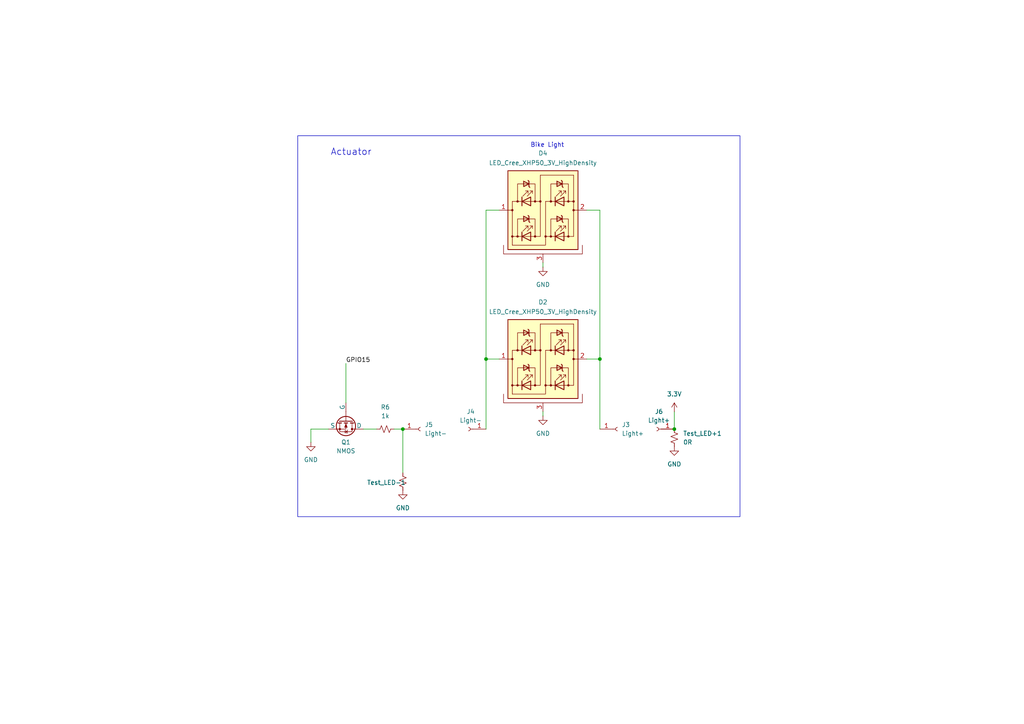
<source format=kicad_sch>
(kicad_sch
	(version 20250114)
	(generator "eeschema")
	(generator_version "9.0")
	(uuid "1bfc6ae4-d8d4-48c3-ba74-23a1db09aaad")
	(paper "A4")
	(lib_symbols
		(symbol "Connector:Conn_01x01_Socket"
			(pin_names
				(offset 1.016)
				(hide yes)
			)
			(exclude_from_sim no)
			(in_bom yes)
			(on_board yes)
			(property "Reference" "J"
				(at 0 2.54 0)
				(effects
					(font
						(size 1.27 1.27)
					)
				)
			)
			(property "Value" "Conn_01x01_Socket"
				(at 0 -2.54 0)
				(effects
					(font
						(size 1.27 1.27)
					)
				)
			)
			(property "Footprint" ""
				(at 0 0 0)
				(effects
					(font
						(size 1.27 1.27)
					)
					(hide yes)
				)
			)
			(property "Datasheet" "~"
				(at 0 0 0)
				(effects
					(font
						(size 1.27 1.27)
					)
					(hide yes)
				)
			)
			(property "Description" "Generic connector, single row, 01x01, script generated"
				(at 0 0 0)
				(effects
					(font
						(size 1.27 1.27)
					)
					(hide yes)
				)
			)
			(property "ki_locked" ""
				(at 0 0 0)
				(effects
					(font
						(size 1.27 1.27)
					)
				)
			)
			(property "ki_keywords" "connector"
				(at 0 0 0)
				(effects
					(font
						(size 1.27 1.27)
					)
					(hide yes)
				)
			)
			(property "ki_fp_filters" "Connector*:*_1x??_*"
				(at 0 0 0)
				(effects
					(font
						(size 1.27 1.27)
					)
					(hide yes)
				)
			)
			(symbol "Conn_01x01_Socket_1_1"
				(polyline
					(pts
						(xy -1.27 0) (xy -0.508 0)
					)
					(stroke
						(width 0.1524)
						(type default)
					)
					(fill
						(type none)
					)
				)
				(arc
					(start 0 -0.508)
					(mid -0.5058 0)
					(end 0 0.508)
					(stroke
						(width 0.1524)
						(type default)
					)
					(fill
						(type none)
					)
				)
				(pin passive line
					(at -5.08 0 0)
					(length 3.81)
					(name "Pin_1"
						(effects
							(font
								(size 1.27 1.27)
							)
						)
					)
					(number "1"
						(effects
							(font
								(size 1.27 1.27)
							)
						)
					)
				)
			)
			(embedded_fonts no)
		)
		(symbol "Device:R_Small_US"
			(pin_numbers
				(hide yes)
			)
			(pin_names
				(offset 0.254)
				(hide yes)
			)
			(exclude_from_sim no)
			(in_bom yes)
			(on_board yes)
			(property "Reference" "R"
				(at 0.762 0.508 0)
				(effects
					(font
						(size 1.27 1.27)
					)
					(justify left)
				)
			)
			(property "Value" "R_Small_US"
				(at 0.762 -1.016 0)
				(effects
					(font
						(size 1.27 1.27)
					)
					(justify left)
				)
			)
			(property "Footprint" ""
				(at 0 0 0)
				(effects
					(font
						(size 1.27 1.27)
					)
					(hide yes)
				)
			)
			(property "Datasheet" "~"
				(at 0 0 0)
				(effects
					(font
						(size 1.27 1.27)
					)
					(hide yes)
				)
			)
			(property "Description" "Resistor, small US symbol"
				(at 0 0 0)
				(effects
					(font
						(size 1.27 1.27)
					)
					(hide yes)
				)
			)
			(property "ki_keywords" "r resistor"
				(at 0 0 0)
				(effects
					(font
						(size 1.27 1.27)
					)
					(hide yes)
				)
			)
			(property "ki_fp_filters" "R_*"
				(at 0 0 0)
				(effects
					(font
						(size 1.27 1.27)
					)
					(hide yes)
				)
			)
			(symbol "R_Small_US_1_1"
				(polyline
					(pts
						(xy 0 1.524) (xy 1.016 1.143) (xy 0 0.762) (xy -1.016 0.381) (xy 0 0)
					)
					(stroke
						(width 0)
						(type default)
					)
					(fill
						(type none)
					)
				)
				(polyline
					(pts
						(xy 0 0) (xy 1.016 -0.381) (xy 0 -0.762) (xy -1.016 -1.143) (xy 0 -1.524)
					)
					(stroke
						(width 0)
						(type default)
					)
					(fill
						(type none)
					)
				)
				(pin passive line
					(at 0 2.54 270)
					(length 1.016)
					(name "~"
						(effects
							(font
								(size 1.27 1.27)
							)
						)
					)
					(number "1"
						(effects
							(font
								(size 1.27 1.27)
							)
						)
					)
				)
				(pin passive line
					(at 0 -2.54 90)
					(length 1.016)
					(name "~"
						(effects
							(font
								(size 1.27 1.27)
							)
						)
					)
					(number "2"
						(effects
							(font
								(size 1.27 1.27)
							)
						)
					)
				)
			)
			(embedded_fonts no)
		)
		(symbol "LED:LED_Cree_XHP50_3V_HighDensity"
			(pin_names
				(offset 1.016)
				(hide yes)
			)
			(exclude_from_sim no)
			(in_bom yes)
			(on_board yes)
			(property "Reference" "D"
				(at 0 15.24 0)
				(effects
					(font
						(size 1.27 1.27)
					)
				)
			)
			(property "Value" "LED_Cree_XHP50_3V_HighDensity"
				(at -1.27 12.7 0)
				(effects
					(font
						(size 1.27 1.27)
					)
				)
			)
			(property "Footprint" "LED_SMD:LED_Cree-XHP50_3V_HighDensity"
				(at 0 17.78 0)
				(effects
					(font
						(size 1.27 1.27)
					)
					(hide yes)
				)
			)
			(property "Datasheet" "https://downloads.cree-led.com/files/ds/x/XLamp-XHP50.3.pdf"
				(at 0 22.86 0)
				(effects
					(font
						(size 1.27 1.27)
					)
					(hide yes)
				)
			)
			(property "Description" "XLamp® XHP50 LED, 3V, 4 LEDs in parallel, high density"
				(at 0 20.32 0)
				(effects
					(font
						(size 1.27 1.27)
					)
					(hide yes)
				)
			)
			(property "ki_keywords" "led diode"
				(at 0 0 0)
				(effects
					(font
						(size 1.27 1.27)
					)
					(hide yes)
				)
			)
			(property "ki_fp_filters" "LED?Cree?XHP50?3V*"
				(at 0 0 0)
				(effects
					(font
						(size 1.27 1.27)
					)
					(hide yes)
				)
			)
			(symbol "LED_Cree_XHP50_3V_HighDensity_0_1"
				(polyline
					(pts
						(xy -8.89 2.54) (xy -8.89 -10.16)
					)
					(stroke
						(width 0)
						(type default)
					)
					(fill
						(type none)
					)
				)
				(polyline
					(pts
						(xy -8.89 2.54) (xy -0.762 2.54)
					)
					(stroke
						(width 0)
						(type default)
					)
					(fill
						(type none)
					)
				)
				(circle
					(center -8.89 0)
					(radius 0.254)
					(stroke
						(width 0)
						(type default)
					)
					(fill
						(type outline)
					)
				)
				(circle
					(center -8.89 -7.62)
					(radius 0.254)
					(stroke
						(width 0)
						(type default)
					)
					(fill
						(type outline)
					)
				)
				(polyline
					(pts
						(xy -8.89 -7.62) (xy -0.762 -7.62)
					)
					(stroke
						(width 0)
						(type default)
					)
					(fill
						(type none)
					)
				)
				(circle
					(center -7.366 2.54)
					(radius 0.254)
					(stroke
						(width 0)
						(type default)
					)
					(fill
						(type outline)
					)
				)
				(circle
					(center -7.366 -7.62)
					(radius 0.254)
					(stroke
						(width 0)
						(type default)
					)
					(fill
						(type outline)
					)
				)
				(polyline
					(pts
						(xy -3.81 6.604) (xy -4.064 6.858) (xy -4.064 8.382) (xy -4.318 8.636)
					)
					(stroke
						(width 0.254)
						(type default)
					)
					(fill
						(type none)
					)
				)
				(polyline
					(pts
						(xy -3.81 -3.556) (xy -4.064 -3.302) (xy -4.064 -1.778) (xy -4.318 -1.524)
					)
					(stroke
						(width 0.254)
						(type default)
					)
					(fill
						(type none)
					)
				)
				(circle
					(center -2.286 2.54)
					(radius 0.254)
					(stroke
						(width 0)
						(type default)
					)
					(fill
						(type outline)
					)
				)
				(circle
					(center -2.286 -7.62)
					(radius 0.254)
					(stroke
						(width 0)
						(type default)
					)
					(fill
						(type outline)
					)
				)
				(polyline
					(pts
						(xy -0.762 10.16) (xy 8.89 10.16)
					)
					(stroke
						(width 0)
						(type default)
					)
					(fill
						(type none)
					)
				)
				(circle
					(center -0.762 2.54)
					(radius 0.254)
					(stroke
						(width 0)
						(type default)
					)
					(fill
						(type outline)
					)
				)
				(polyline
					(pts
						(xy -0.762 -7.62) (xy -0.762 10.16)
					)
					(stroke
						(width 0)
						(type default)
					)
					(fill
						(type none)
					)
				)
				(polyline
					(pts
						(xy 0.635 -10.16) (xy -8.89 -10.16)
					)
					(stroke
						(width 0)
						(type default)
					)
					(fill
						(type none)
					)
				)
				(polyline
					(pts
						(xy 0.762 2.54) (xy 0.762 -10.16)
					)
					(stroke
						(width 0)
						(type default)
					)
					(fill
						(type none)
					)
				)
				(polyline
					(pts
						(xy 0.762 2.54) (xy 8.89 2.54)
					)
					(stroke
						(width 0)
						(type default)
					)
					(fill
						(type none)
					)
				)
				(polyline
					(pts
						(xy 0.762 -7.62) (xy 8.89 -7.62)
					)
					(stroke
						(width 0)
						(type default)
					)
					(fill
						(type none)
					)
				)
				(circle
					(center 0.762 -7.62)
					(radius 0.254)
					(stroke
						(width 0)
						(type default)
					)
					(fill
						(type outline)
					)
				)
				(circle
					(center 2.286 2.54)
					(radius 0.254)
					(stroke
						(width 0)
						(type default)
					)
					(fill
						(type outline)
					)
				)
				(circle
					(center 2.286 -7.62)
					(radius 0.254)
					(stroke
						(width 0)
						(type default)
					)
					(fill
						(type outline)
					)
				)
				(polyline
					(pts
						(xy 5.842 6.604) (xy 5.588 6.858) (xy 5.588 8.382) (xy 5.334 8.636)
					)
					(stroke
						(width 0.254)
						(type default)
					)
					(fill
						(type none)
					)
				)
				(polyline
					(pts
						(xy 5.842 -3.556) (xy 5.588 -3.302) (xy 5.588 -1.778) (xy 5.334 -1.524)
					)
					(stroke
						(width 0.254)
						(type default)
					)
					(fill
						(type none)
					)
				)
				(circle
					(center 7.366 2.54)
					(radius 0.254)
					(stroke
						(width 0)
						(type default)
					)
					(fill
						(type outline)
					)
				)
				(circle
					(center 7.366 -7.62)
					(radius 0.254)
					(stroke
						(width 0)
						(type default)
					)
					(fill
						(type outline)
					)
				)
				(circle
					(center 8.89 2.54)
					(radius 0.254)
					(stroke
						(width 0)
						(type default)
					)
					(fill
						(type outline)
					)
				)
				(circle
					(center 8.89 0)
					(radius 0.254)
					(stroke
						(width 0)
						(type default)
					)
					(fill
						(type outline)
					)
				)
				(polyline
					(pts
						(xy 8.89 -7.62) (xy 8.89 10.16)
					)
					(stroke
						(width 0)
						(type default)
					)
					(fill
						(type none)
					)
				)
			)
			(symbol "LED_Cree_XHP50_3V_HighDensity_1_1"
				(polyline
					(pts
						(xy -11.43 -10.16) (xy -11.43 -12.7) (xy 11.43 -12.7) (xy 11.43 -10.16)
					)
					(stroke
						(width 0)
						(type default)
					)
					(fill
						(type none)
					)
				)
				(rectangle
					(start -10.16 11.43)
					(end 10.16 -11.43)
					(stroke
						(width 0.254)
						(type solid)
					)
					(fill
						(type background)
					)
				)
				(polyline
					(pts
						(xy -8.89 0) (xy -10.16 0)
					)
					(stroke
						(width 0)
						(type default)
					)
					(fill
						(type none)
					)
				)
				(polyline
					(pts
						(xy -7.366 2.54) (xy -7.366 7.62) (xy -2.286 7.62) (xy -2.286 2.54)
					)
					(stroke
						(width 0)
						(type default)
					)
					(fill
						(type none)
					)
				)
				(polyline
					(pts
						(xy -7.366 -7.62) (xy -7.366 -2.54) (xy -2.286 -2.54) (xy -2.286 -7.62)
					)
					(stroke
						(width 0)
						(type default)
					)
					(fill
						(type none)
					)
				)
				(polyline
					(pts
						(xy -6.096 3.81) (xy -6.096 1.27)
					)
					(stroke
						(width 0.254)
						(type solid)
					)
					(fill
						(type none)
					)
				)
				(polyline
					(pts
						(xy -6.096 2.54) (xy -3.556 3.81) (xy -3.556 1.27) (xy -6.096 2.54)
					)
					(stroke
						(width 0.254)
						(type solid)
					)
					(fill
						(type none)
					)
				)
				(polyline
					(pts
						(xy -6.096 -6.35) (xy -6.096 -8.89)
					)
					(stroke
						(width 0.254)
						(type solid)
					)
					(fill
						(type none)
					)
				)
				(polyline
					(pts
						(xy -6.096 -7.62) (xy -3.556 -6.35) (xy -3.556 -8.89) (xy -6.096 -7.62)
					)
					(stroke
						(width 0.254)
						(type solid)
					)
					(fill
						(type none)
					)
				)
				(polyline
					(pts
						(xy -5.842 4.064) (xy -4.318 5.588)
					)
					(stroke
						(width 0)
						(type default)
					)
					(fill
						(type none)
					)
				)
				(polyline
					(pts
						(xy -5.842 -6.096) (xy -4.318 -4.572)
					)
					(stroke
						(width 0)
						(type default)
					)
					(fill
						(type none)
					)
				)
				(polyline
					(pts
						(xy -5.588 8.382) (xy -4.064 7.62) (xy -5.588 6.858) (xy -5.588 8.382)
					)
					(stroke
						(width 0.254)
						(type solid)
					)
					(fill
						(type none)
					)
				)
				(polyline
					(pts
						(xy -5.588 -1.778) (xy -4.064 -2.54) (xy -5.588 -3.302) (xy -5.588 -1.778)
					)
					(stroke
						(width 0.254)
						(type solid)
					)
					(fill
						(type none)
					)
				)
				(polyline
					(pts
						(xy -5.08 5.588) (xy -4.318 5.588) (xy -4.318 4.826)
					)
					(stroke
						(width 0)
						(type default)
					)
					(fill
						(type none)
					)
				)
				(polyline
					(pts
						(xy -5.08 -4.572) (xy -4.318 -4.572) (xy -4.318 -5.334)
					)
					(stroke
						(width 0)
						(type default)
					)
					(fill
						(type none)
					)
				)
				(polyline
					(pts
						(xy -4.572 4.064) (xy -3.048 5.588)
					)
					(stroke
						(width 0)
						(type default)
					)
					(fill
						(type none)
					)
				)
				(polyline
					(pts
						(xy -4.572 -6.096) (xy -3.048 -4.572)
					)
					(stroke
						(width 0)
						(type default)
					)
					(fill
						(type none)
					)
				)
				(polyline
					(pts
						(xy -3.81 5.588) (xy -3.048 5.588) (xy -3.048 4.826)
					)
					(stroke
						(width 0)
						(type default)
					)
					(fill
						(type none)
					)
				)
				(polyline
					(pts
						(xy -3.81 -4.572) (xy -3.048 -4.572) (xy -3.048 -5.334)
					)
					(stroke
						(width 0)
						(type default)
					)
					(fill
						(type none)
					)
				)
				(polyline
					(pts
						(xy 2.286 2.54) (xy 2.286 7.62) (xy 7.366 7.62) (xy 7.366 2.54)
					)
					(stroke
						(width 0)
						(type default)
					)
					(fill
						(type none)
					)
				)
				(polyline
					(pts
						(xy 2.286 -7.62) (xy 2.286 -2.54) (xy 7.366 -2.54) (xy 7.366 -7.62)
					)
					(stroke
						(width 0)
						(type default)
					)
					(fill
						(type none)
					)
				)
				(polyline
					(pts
						(xy 3.556 3.81) (xy 3.556 1.27)
					)
					(stroke
						(width 0.254)
						(type solid)
					)
					(fill
						(type none)
					)
				)
				(polyline
					(pts
						(xy 3.556 2.54) (xy 6.096 3.81) (xy 6.096 1.27) (xy 3.556 2.54)
					)
					(stroke
						(width 0.254)
						(type solid)
					)
					(fill
						(type none)
					)
				)
				(polyline
					(pts
						(xy 3.556 -6.35) (xy 3.556 -8.89)
					)
					(stroke
						(width 0.254)
						(type solid)
					)
					(fill
						(type none)
					)
				)
				(polyline
					(pts
						(xy 3.556 -7.62) (xy 6.096 -6.35) (xy 6.096 -8.89) (xy 3.556 -7.62)
					)
					(stroke
						(width 0.254)
						(type solid)
					)
					(fill
						(type none)
					)
				)
				(polyline
					(pts
						(xy 3.81 4.064) (xy 5.334 5.588)
					)
					(stroke
						(width 0)
						(type default)
					)
					(fill
						(type none)
					)
				)
				(polyline
					(pts
						(xy 3.81 -6.096) (xy 5.334 -4.572)
					)
					(stroke
						(width 0)
						(type default)
					)
					(fill
						(type none)
					)
				)
				(polyline
					(pts
						(xy 4.064 8.382) (xy 5.588 7.62) (xy 4.064 6.858) (xy 4.064 8.382)
					)
					(stroke
						(width 0.254)
						(type solid)
					)
					(fill
						(type none)
					)
				)
				(polyline
					(pts
						(xy 4.064 -1.778) (xy 5.588 -2.54) (xy 4.064 -3.302) (xy 4.064 -1.778)
					)
					(stroke
						(width 0.254)
						(type solid)
					)
					(fill
						(type none)
					)
				)
				(polyline
					(pts
						(xy 4.572 5.588) (xy 5.334 5.588) (xy 5.334 4.826)
					)
					(stroke
						(width 0)
						(type default)
					)
					(fill
						(type none)
					)
				)
				(polyline
					(pts
						(xy 4.572 -4.572) (xy 5.334 -4.572) (xy 5.334 -5.334)
					)
					(stroke
						(width 0)
						(type default)
					)
					(fill
						(type none)
					)
				)
				(polyline
					(pts
						(xy 5.08 4.064) (xy 6.604 5.588)
					)
					(stroke
						(width 0)
						(type default)
					)
					(fill
						(type none)
					)
				)
				(polyline
					(pts
						(xy 5.08 -6.096) (xy 6.604 -4.572)
					)
					(stroke
						(width 0)
						(type default)
					)
					(fill
						(type none)
					)
				)
				(polyline
					(pts
						(xy 5.842 5.588) (xy 6.604 5.588) (xy 6.604 4.826)
					)
					(stroke
						(width 0)
						(type default)
					)
					(fill
						(type none)
					)
				)
				(polyline
					(pts
						(xy 5.842 -4.572) (xy 6.604 -4.572) (xy 6.604 -5.334)
					)
					(stroke
						(width 0)
						(type default)
					)
					(fill
						(type none)
					)
				)
				(polyline
					(pts
						(xy 8.89 0) (xy 10.16 0)
					)
					(stroke
						(width 0)
						(type default)
					)
					(fill
						(type none)
					)
				)
				(pin passive line
					(at -12.7 0 0)
					(length 2.54)
					(name "K"
						(effects
							(font
								(size 1.27 1.27)
							)
						)
					)
					(number "1"
						(effects
							(font
								(size 1.27 1.27)
							)
						)
					)
				)
				(pin passive line
					(at 0 -15.24 90)
					(length 2.54)
					(name "PAD"
						(effects
							(font
								(size 1.27 1.27)
							)
						)
					)
					(number "3"
						(effects
							(font
								(size 1.27 1.27)
							)
						)
					)
				)
				(pin passive line
					(at 12.7 0 180)
					(length 2.54)
					(name "A"
						(effects
							(font
								(size 1.27 1.27)
							)
						)
					)
					(number "2"
						(effects
							(font
								(size 1.27 1.27)
							)
						)
					)
				)
			)
			(embedded_fonts no)
		)
		(symbol "Simulation_SPICE:NMOS"
			(pin_numbers
				(hide yes)
			)
			(pin_names
				(offset 0)
			)
			(exclude_from_sim no)
			(in_bom yes)
			(on_board yes)
			(property "Reference" "Q"
				(at 5.08 1.27 0)
				(effects
					(font
						(size 1.27 1.27)
					)
					(justify left)
				)
			)
			(property "Value" "NMOS"
				(at 5.08 -1.27 0)
				(effects
					(font
						(size 1.27 1.27)
					)
					(justify left)
				)
			)
			(property "Footprint" ""
				(at 5.08 2.54 0)
				(effects
					(font
						(size 1.27 1.27)
					)
					(hide yes)
				)
			)
			(property "Datasheet" "https://ngspice.sourceforge.io/docs/ngspice-html-manual/manual.xhtml#cha_MOSFETs"
				(at 0 -12.7 0)
				(effects
					(font
						(size 1.27 1.27)
					)
					(hide yes)
				)
			)
			(property "Description" "N-MOSFET transistor, drain/source/gate"
				(at 0 0 0)
				(effects
					(font
						(size 1.27 1.27)
					)
					(hide yes)
				)
			)
			(property "Sim.Device" "NMOS"
				(at 0 -17.145 0)
				(effects
					(font
						(size 1.27 1.27)
					)
					(hide yes)
				)
			)
			(property "Sim.Type" "VDMOS"
				(at 0 -19.05 0)
				(effects
					(font
						(size 1.27 1.27)
					)
					(hide yes)
				)
			)
			(property "Sim.Pins" "1=D 2=G 3=S"
				(at 0 -15.24 0)
				(effects
					(font
						(size 1.27 1.27)
					)
					(hide yes)
				)
			)
			(property "ki_keywords" "transistor NMOS N-MOS N-MOSFET simulation"
				(at 0 0 0)
				(effects
					(font
						(size 1.27 1.27)
					)
					(hide yes)
				)
			)
			(symbol "NMOS_0_1"
				(polyline
					(pts
						(xy 0.254 1.905) (xy 0.254 -1.905)
					)
					(stroke
						(width 0.254)
						(type default)
					)
					(fill
						(type none)
					)
				)
				(polyline
					(pts
						(xy 0.254 0) (xy -2.54 0)
					)
					(stroke
						(width 0)
						(type default)
					)
					(fill
						(type none)
					)
				)
				(polyline
					(pts
						(xy 0.762 2.286) (xy 0.762 1.27)
					)
					(stroke
						(width 0.254)
						(type default)
					)
					(fill
						(type none)
					)
				)
				(polyline
					(pts
						(xy 0.762 0.508) (xy 0.762 -0.508)
					)
					(stroke
						(width 0.254)
						(type default)
					)
					(fill
						(type none)
					)
				)
				(polyline
					(pts
						(xy 0.762 -1.27) (xy 0.762 -2.286)
					)
					(stroke
						(width 0.254)
						(type default)
					)
					(fill
						(type none)
					)
				)
				(polyline
					(pts
						(xy 0.762 -1.778) (xy 3.302 -1.778) (xy 3.302 1.778) (xy 0.762 1.778)
					)
					(stroke
						(width 0)
						(type default)
					)
					(fill
						(type none)
					)
				)
				(polyline
					(pts
						(xy 1.016 0) (xy 2.032 0.381) (xy 2.032 -0.381) (xy 1.016 0)
					)
					(stroke
						(width 0)
						(type default)
					)
					(fill
						(type outline)
					)
				)
				(circle
					(center 1.651 0)
					(radius 2.794)
					(stroke
						(width 0.254)
						(type default)
					)
					(fill
						(type none)
					)
				)
				(polyline
					(pts
						(xy 2.54 2.54) (xy 2.54 1.778)
					)
					(stroke
						(width 0)
						(type default)
					)
					(fill
						(type none)
					)
				)
				(circle
					(center 2.54 1.778)
					(radius 0.254)
					(stroke
						(width 0)
						(type default)
					)
					(fill
						(type outline)
					)
				)
				(circle
					(center 2.54 -1.778)
					(radius 0.254)
					(stroke
						(width 0)
						(type default)
					)
					(fill
						(type outline)
					)
				)
				(polyline
					(pts
						(xy 2.54 -2.54) (xy 2.54 0) (xy 0.762 0)
					)
					(stroke
						(width 0)
						(type default)
					)
					(fill
						(type none)
					)
				)
				(polyline
					(pts
						(xy 2.794 0.508) (xy 2.921 0.381) (xy 3.683 0.381) (xy 3.81 0.254)
					)
					(stroke
						(width 0)
						(type default)
					)
					(fill
						(type none)
					)
				)
				(polyline
					(pts
						(xy 3.302 0.381) (xy 2.921 -0.254) (xy 3.683 -0.254) (xy 3.302 0.381)
					)
					(stroke
						(width 0)
						(type default)
					)
					(fill
						(type none)
					)
				)
			)
			(symbol "NMOS_1_1"
				(pin input line
					(at -5.08 0 0)
					(length 2.54)
					(name "G"
						(effects
							(font
								(size 1.27 1.27)
							)
						)
					)
					(number "2"
						(effects
							(font
								(size 1.27 1.27)
							)
						)
					)
				)
				(pin passive line
					(at 2.54 5.08 270)
					(length 2.54)
					(name "D"
						(effects
							(font
								(size 1.27 1.27)
							)
						)
					)
					(number "1"
						(effects
							(font
								(size 1.27 1.27)
							)
						)
					)
				)
				(pin passive line
					(at 2.54 -5.08 90)
					(length 2.54)
					(name "S"
						(effects
							(font
								(size 1.27 1.27)
							)
						)
					)
					(number "3"
						(effects
							(font
								(size 1.27 1.27)
							)
						)
					)
				)
			)
			(embedded_fonts no)
		)
		(symbol "power:GND"
			(power)
			(pin_numbers
				(hide yes)
			)
			(pin_names
				(offset 0)
				(hide yes)
			)
			(exclude_from_sim no)
			(in_bom yes)
			(on_board yes)
			(property "Reference" "#PWR"
				(at 0 -6.35 0)
				(effects
					(font
						(size 1.27 1.27)
					)
					(hide yes)
				)
			)
			(property "Value" "GND"
				(at 0 -3.81 0)
				(effects
					(font
						(size 1.27 1.27)
					)
				)
			)
			(property "Footprint" ""
				(at 0 0 0)
				(effects
					(font
						(size 1.27 1.27)
					)
					(hide yes)
				)
			)
			(property "Datasheet" ""
				(at 0 0 0)
				(effects
					(font
						(size 1.27 1.27)
					)
					(hide yes)
				)
			)
			(property "Description" "Power symbol creates a global label with name \"GND\" , ground"
				(at 0 0 0)
				(effects
					(font
						(size 1.27 1.27)
					)
					(hide yes)
				)
			)
			(property "ki_keywords" "global power"
				(at 0 0 0)
				(effects
					(font
						(size 1.27 1.27)
					)
					(hide yes)
				)
			)
			(symbol "GND_0_1"
				(polyline
					(pts
						(xy 0 0) (xy 0 -1.27) (xy 1.27 -1.27) (xy 0 -2.54) (xy -1.27 -1.27) (xy 0 -1.27)
					)
					(stroke
						(width 0)
						(type default)
					)
					(fill
						(type none)
					)
				)
			)
			(symbol "GND_1_1"
				(pin power_in line
					(at 0 0 270)
					(length 0)
					(name "~"
						(effects
							(font
								(size 1.27 1.27)
							)
						)
					)
					(number "1"
						(effects
							(font
								(size 1.27 1.27)
							)
						)
					)
				)
			)
			(embedded_fonts no)
		)
		(symbol "power:VCC"
			(power)
			(pin_numbers
				(hide yes)
			)
			(pin_names
				(offset 0)
				(hide yes)
			)
			(exclude_from_sim no)
			(in_bom yes)
			(on_board yes)
			(property "Reference" "#PWR"
				(at 0 -3.81 0)
				(effects
					(font
						(size 1.27 1.27)
					)
					(hide yes)
				)
			)
			(property "Value" "VCC"
				(at 0 3.556 0)
				(effects
					(font
						(size 1.27 1.27)
					)
				)
			)
			(property "Footprint" ""
				(at 0 0 0)
				(effects
					(font
						(size 1.27 1.27)
					)
					(hide yes)
				)
			)
			(property "Datasheet" ""
				(at 0 0 0)
				(effects
					(font
						(size 1.27 1.27)
					)
					(hide yes)
				)
			)
			(property "Description" "Power symbol creates a global label with name \"VCC\""
				(at 0 0 0)
				(effects
					(font
						(size 1.27 1.27)
					)
					(hide yes)
				)
			)
			(property "ki_keywords" "global power"
				(at 0 0 0)
				(effects
					(font
						(size 1.27 1.27)
					)
					(hide yes)
				)
			)
			(symbol "VCC_0_1"
				(polyline
					(pts
						(xy -0.762 1.27) (xy 0 2.54)
					)
					(stroke
						(width 0)
						(type default)
					)
					(fill
						(type none)
					)
				)
				(polyline
					(pts
						(xy 0 2.54) (xy 0.762 1.27)
					)
					(stroke
						(width 0)
						(type default)
					)
					(fill
						(type none)
					)
				)
				(polyline
					(pts
						(xy 0 0) (xy 0 2.54)
					)
					(stroke
						(width 0)
						(type default)
					)
					(fill
						(type none)
					)
				)
			)
			(symbol "VCC_1_1"
				(pin power_in line
					(at 0 0 90)
					(length 0)
					(name "~"
						(effects
							(font
								(size 1.27 1.27)
							)
						)
					)
					(number "1"
						(effects
							(font
								(size 1.27 1.27)
							)
						)
					)
				)
			)
			(embedded_fonts no)
		)
	)
	(rectangle
		(start 86.36 39.37)
		(end 214.63 149.86)
		(stroke
			(width 0)
			(type default)
		)
		(fill
			(type none)
		)
		(uuid 10b93727-59ca-4406-ac80-c043a83f97ba)
	)
	(text "Actuator"
		(exclude_from_sim no)
		(at 101.854 44.196 0)
		(effects
			(font
				(size 1.905 1.905)
			)
		)
		(uuid "aeaa638f-8423-41e4-aff9-8aca1354cf7d")
	)
	(text "Bike Light"
		(exclude_from_sim no)
		(at 158.75 42.164 0)
		(effects
			(font
				(size 1.27 1.27)
			)
		)
		(uuid "d2cc3092-6426-46d0-a64b-873247d910ff")
	)
	(junction
		(at 140.97 104.14)
		(diameter 0)
		(color 0 0 0 0)
		(uuid "421df405-917b-4b88-8def-2d124c8363fe")
	)
	(junction
		(at 173.99 104.14)
		(diameter 0)
		(color 0 0 0 0)
		(uuid "6e689240-2ffc-4877-81f4-8529c0c79e67")
	)
	(junction
		(at 116.84 124.46)
		(diameter 0)
		(color 0 0 0 0)
		(uuid "894fabd8-c636-4031-8371-f9f75ceee092")
	)
	(junction
		(at 195.58 124.46)
		(diameter 0)
		(color 0 0 0 0)
		(uuid "d82624e3-b4c1-4e2c-9848-1278ce8bbecf")
	)
	(wire
		(pts
			(xy 140.97 60.96) (xy 144.78 60.96)
		)
		(stroke
			(width 0)
			(type default)
		)
		(uuid "05001e59-eddd-4dc6-bf65-8c046f36dd42")
	)
	(wire
		(pts
			(xy 114.3 124.46) (xy 116.84 124.46)
		)
		(stroke
			(width 0)
			(type default)
		)
		(uuid "052dc2d6-c1c7-4ebb-90a4-1fbb2342b809")
	)
	(wire
		(pts
			(xy 100.33 105.41) (xy 100.33 116.84)
		)
		(stroke
			(width 0)
			(type default)
		)
		(uuid "148bb277-a1ea-40d7-a644-dd861c4d0fc1")
	)
	(wire
		(pts
			(xy 157.48 119.38) (xy 157.48 120.65)
		)
		(stroke
			(width 0)
			(type default)
		)
		(uuid "4e756567-44f7-4c13-98ba-8aa1e304455d")
	)
	(wire
		(pts
			(xy 90.17 124.46) (xy 90.17 128.27)
		)
		(stroke
			(width 0)
			(type default)
		)
		(uuid "5bba20fa-b34f-4873-8b6e-cd121d762593")
	)
	(wire
		(pts
			(xy 173.99 104.14) (xy 173.99 124.46)
		)
		(stroke
			(width 0)
			(type default)
		)
		(uuid "6ac7e0bc-6b68-4135-9ae3-b48983f78798")
	)
	(wire
		(pts
			(xy 140.97 104.14) (xy 140.97 124.46)
		)
		(stroke
			(width 0)
			(type default)
		)
		(uuid "72773585-1fb7-4f8d-ac88-4565c3d32dbd")
	)
	(wire
		(pts
			(xy 105.41 124.46) (xy 109.22 124.46)
		)
		(stroke
			(width 0)
			(type default)
		)
		(uuid "82fbaa99-5e0d-4662-9f15-86205aca85f8")
	)
	(wire
		(pts
			(xy 157.48 76.2) (xy 157.48 77.47)
		)
		(stroke
			(width 0)
			(type default)
		)
		(uuid "889f62d5-2bd1-4ba5-84fb-1d8d36963ae3")
	)
	(wire
		(pts
			(xy 195.58 119.38) (xy 195.58 124.46)
		)
		(stroke
			(width 0)
			(type default)
		)
		(uuid "a5734ebc-e59e-4c0b-a782-25ad2b91fd8b")
	)
	(wire
		(pts
			(xy 170.18 104.14) (xy 173.99 104.14)
		)
		(stroke
			(width 0)
			(type default)
		)
		(uuid "b3aa53d0-79bc-4def-9b27-87da5f994ca0")
	)
	(wire
		(pts
			(xy 90.17 124.46) (xy 95.25 124.46)
		)
		(stroke
			(width 0)
			(type default)
		)
		(uuid "b485afb1-a3a5-47d6-8e08-c8e2414d0d1c")
	)
	(wire
		(pts
			(xy 144.78 104.14) (xy 140.97 104.14)
		)
		(stroke
			(width 0)
			(type default)
		)
		(uuid "b689dc59-69e8-4edf-9b48-746e5993a1a9")
	)
	(wire
		(pts
			(xy 173.99 60.96) (xy 170.18 60.96)
		)
		(stroke
			(width 0)
			(type default)
		)
		(uuid "c2054bf0-a2b8-423b-a65a-ce64f8825909")
	)
	(wire
		(pts
			(xy 140.97 60.96) (xy 140.97 104.14)
		)
		(stroke
			(width 0)
			(type default)
		)
		(uuid "ced96fec-5e4a-4a54-8504-7e0627edf127")
	)
	(wire
		(pts
			(xy 116.84 124.46) (xy 116.84 137.16)
		)
		(stroke
			(width 0)
			(type default)
		)
		(uuid "db325820-c3cf-45e9-a639-d4fb2615a16a")
	)
	(wire
		(pts
			(xy 173.99 60.96) (xy 173.99 104.14)
		)
		(stroke
			(width 0)
			(type default)
		)
		(uuid "ed418866-88ce-492a-ba63-2f2952b2bdd9")
	)
	(label "GPIO15"
		(at 100.33 105.41 0)
		(effects
			(font
				(size 1.27 1.27)
			)
			(justify left bottom)
		)
		(uuid "ea198b27-7c92-47d9-b625-33ed39b1ac7a")
	)
	(symbol
		(lib_id "LED:LED_Cree_XHP50_3V_HighDensity")
		(at 157.48 60.96 0)
		(unit 1)
		(exclude_from_sim no)
		(in_bom yes)
		(on_board yes)
		(dnp no)
		(uuid "216a47e1-1e41-420e-81a6-4fcf3dbb6d5a")
		(property "Reference" "D4"
			(at 157.48 44.45 0)
			(effects
				(font
					(size 1.27 1.27)
				)
			)
		)
		(property "Value" "LED_Cree_XHP50_3V_HighDensity"
			(at 157.48 47.244 0)
			(effects
				(font
					(size 1.27 1.27)
				)
			)
		)
		(property "Footprint" "LED_SMD:LED_Cree-XHP50_3V_HighDensity"
			(at 157.48 43.18 0)
			(effects
				(font
					(size 1.27 1.27)
				)
				(hide yes)
			)
		)
		(property "Datasheet" "https://downloads.cree-led.com/files/ds/x/XLamp-XHP50.3.pdf"
			(at 157.48 38.1 0)
			(effects
				(font
					(size 1.27 1.27)
				)
				(hide yes)
			)
		)
		(property "Description" "XLamp® XHP50 LED, 3V, 4 LEDs in parallel, high density"
			(at 157.48 40.64 0)
			(effects
				(font
					(size 1.27 1.27)
				)
				(hide yes)
			)
		)
		(pin "1"
			(uuid "176a3b0d-1fde-4b33-801a-8d32ec094d68")
		)
		(pin "3"
			(uuid "8c6213c5-660b-4f06-b535-4d80b1273aeb")
		)
		(pin "2"
			(uuid "698c6865-fc72-4d7f-8248-1ac0280f65f6")
		)
		(instances
			(project "411 Schematic-2025-11-16"
				(path "/d2e2892e-be0f-4a6a-9262-5a0d7272f4d0/64eb2a31-738c-4191-a53a-a692b40000f1"
					(reference "D4")
					(unit 1)
				)
			)
		)
	)
	(symbol
		(lib_id "power:GND")
		(at 157.48 120.65 0)
		(unit 1)
		(exclude_from_sim no)
		(in_bom yes)
		(on_board yes)
		(dnp no)
		(fields_autoplaced yes)
		(uuid "2590ae2e-bfd4-4ea4-8bb1-6f4073263f5a")
		(property "Reference" "#PWR015"
			(at 157.48 127 0)
			(effects
				(font
					(size 1.27 1.27)
				)
				(hide yes)
			)
		)
		(property "Value" "GND"
			(at 157.48 125.73 0)
			(effects
				(font
					(size 1.27 1.27)
				)
			)
		)
		(property "Footprint" ""
			(at 157.48 120.65 0)
			(effects
				(font
					(size 1.27 1.27)
				)
				(hide yes)
			)
		)
		(property "Datasheet" ""
			(at 157.48 120.65 0)
			(effects
				(font
					(size 1.27 1.27)
				)
				(hide yes)
			)
		)
		(property "Description" "Power symbol creates a global label with name \"GND\" , ground"
			(at 157.48 120.65 0)
			(effects
				(font
					(size 1.27 1.27)
				)
				(hide yes)
			)
		)
		(pin "1"
			(uuid "ce7a237e-fcbe-447b-9145-f0bd85da7a27")
		)
		(instances
			(project "411 Schematic-2025-11-16"
				(path "/d2e2892e-be0f-4a6a-9262-5a0d7272f4d0/64eb2a31-738c-4191-a53a-a692b40000f1"
					(reference "#PWR015")
					(unit 1)
				)
			)
		)
	)
	(symbol
		(lib_id "power:GND")
		(at 116.84 142.24 0)
		(unit 1)
		(exclude_from_sim no)
		(in_bom yes)
		(on_board yes)
		(dnp no)
		(fields_autoplaced yes)
		(uuid "2c0fbdb9-5867-4be7-a87b-653ae56db93a")
		(property "Reference" "#PWR036"
			(at 116.84 148.59 0)
			(effects
				(font
					(size 1.27 1.27)
				)
				(hide yes)
			)
		)
		(property "Value" "GND"
			(at 116.84 147.32 0)
			(effects
				(font
					(size 1.27 1.27)
				)
			)
		)
		(property "Footprint" ""
			(at 116.84 142.24 0)
			(effects
				(font
					(size 1.27 1.27)
				)
				(hide yes)
			)
		)
		(property "Datasheet" ""
			(at 116.84 142.24 0)
			(effects
				(font
					(size 1.27 1.27)
				)
				(hide yes)
			)
		)
		(property "Description" "Power symbol creates a global label with name \"GND\" , ground"
			(at 116.84 142.24 0)
			(effects
				(font
					(size 1.27 1.27)
				)
				(hide yes)
			)
		)
		(pin "1"
			(uuid "8863a3ac-d43e-4b1c-8cc6-6065c4a5f44e")
		)
		(instances
			(project "411 Schematic-2025-11-16"
				(path "/d2e2892e-be0f-4a6a-9262-5a0d7272f4d0/64eb2a31-738c-4191-a53a-a692b40000f1"
					(reference "#PWR036")
					(unit 1)
				)
			)
		)
	)
	(symbol
		(lib_id "Connector:Conn_01x01_Socket")
		(at 190.5 124.46 180)
		(unit 1)
		(exclude_from_sim no)
		(in_bom yes)
		(on_board yes)
		(dnp no)
		(fields_autoplaced yes)
		(uuid "37e99b03-4a55-4436-b782-59b96588bce6")
		(property "Reference" "J6"
			(at 191.135 119.38 0)
			(effects
				(font
					(size 1.27 1.27)
				)
			)
		)
		(property "Value" "Light+"
			(at 191.135 121.92 0)
			(effects
				(font
					(size 1.27 1.27)
				)
			)
		)
		(property "Footprint" "Connector_Pin:Pin_D0.7mm_L6.5mm_W1.8mm_FlatFork"
			(at 190.5 124.46 0)
			(effects
				(font
					(size 1.27 1.27)
				)
				(hide yes)
			)
		)
		(property "Datasheet" "~"
			(at 190.5 124.46 0)
			(effects
				(font
					(size 1.27 1.27)
				)
				(hide yes)
			)
		)
		(property "Description" "Generic connector, single row, 01x01, script generated"
			(at 190.5 124.46 0)
			(effects
				(font
					(size 1.27 1.27)
				)
				(hide yes)
			)
		)
		(pin "1"
			(uuid "3575a840-5695-48c3-b9bb-1dd39cec93e9")
		)
		(instances
			(project "411 Schematic-2025-11-16"
				(path "/d2e2892e-be0f-4a6a-9262-5a0d7272f4d0/64eb2a31-738c-4191-a53a-a692b40000f1"
					(reference "J6")
					(unit 1)
				)
			)
		)
	)
	(symbol
		(lib_id "Simulation_SPICE:NMOS")
		(at 100.33 121.92 270)
		(unit 1)
		(exclude_from_sim no)
		(in_bom yes)
		(on_board yes)
		(dnp no)
		(fields_autoplaced yes)
		(uuid "657985df-7e47-4ed2-acca-4f2b68cb58ff")
		(property "Reference" "Q1"
			(at 100.33 128.27 90)
			(effects
				(font
					(size 1.27 1.27)
				)
			)
		)
		(property "Value" "NMOS"
			(at 100.33 130.81 90)
			(effects
				(font
					(size 1.27 1.27)
				)
			)
		)
		(property "Footprint" "Package_TO_SOT_THT:TO-92L_Inline_Wide"
			(at 102.87 127 0)
			(effects
				(font
					(size 1.27 1.27)
				)
				(hide yes)
			)
		)
		(property "Datasheet" "https://ngspice.sourceforge.io/docs/ngspice-html-manual/manual.xhtml#cha_MOSFETs"
			(at 87.63 121.92 0)
			(effects
				(font
					(size 1.27 1.27)
				)
				(hide yes)
			)
		)
		(property "Description" "N-MOSFET transistor, drain/source/gate"
			(at 100.33 121.92 0)
			(effects
				(font
					(size 1.27 1.27)
				)
				(hide yes)
			)
		)
		(property "Sim.Device" "NMOS"
			(at 83.185 121.92 0)
			(effects
				(font
					(size 1.27 1.27)
				)
				(hide yes)
			)
		)
		(property "Sim.Type" "VDMOS"
			(at 81.28 121.92 0)
			(effects
				(font
					(size 1.27 1.27)
				)
				(hide yes)
			)
		)
		(property "Sim.Pins" "1=D 2=G 3=S"
			(at 85.09 121.92 0)
			(effects
				(font
					(size 1.27 1.27)
				)
				(hide yes)
			)
		)
		(pin "1"
			(uuid "d7d333ba-5b38-4feb-8196-bbabf4b4af74")
		)
		(pin "2"
			(uuid "e6799b69-7d76-4be0-95ff-0c8e3274e72f")
		)
		(pin "3"
			(uuid "207e5991-8a71-42f4-bd65-425c55c28ba9")
		)
		(instances
			(project "411 Schematic-2025-11-16"
				(path "/d2e2892e-be0f-4a6a-9262-5a0d7272f4d0/64eb2a31-738c-4191-a53a-a692b40000f1"
					(reference "Q1")
					(unit 1)
				)
			)
		)
	)
	(symbol
		(lib_id "Connector:Conn_01x01_Socket")
		(at 135.89 124.46 180)
		(unit 1)
		(exclude_from_sim no)
		(in_bom yes)
		(on_board yes)
		(dnp no)
		(fields_autoplaced yes)
		(uuid "68aadc2a-6aff-4b9b-a562-9b2df38edba5")
		(property "Reference" "J4"
			(at 136.525 119.38 0)
			(effects
				(font
					(size 1.27 1.27)
				)
			)
		)
		(property "Value" "Light-"
			(at 136.525 121.92 0)
			(effects
				(font
					(size 1.27 1.27)
				)
			)
		)
		(property "Footprint" "Connector_Pin:Pin_D0.7mm_L6.5mm_W1.8mm_FlatFork"
			(at 135.89 124.46 0)
			(effects
				(font
					(size 1.27 1.27)
				)
				(hide yes)
			)
		)
		(property "Datasheet" "~"
			(at 135.89 124.46 0)
			(effects
				(font
					(size 1.27 1.27)
				)
				(hide yes)
			)
		)
		(property "Description" "Generic connector, single row, 01x01, script generated"
			(at 135.89 124.46 0)
			(effects
				(font
					(size 1.27 1.27)
				)
				(hide yes)
			)
		)
		(pin "1"
			(uuid "7cb170c0-f235-47c4-b26c-ac1d722d4b83")
		)
		(instances
			(project "411 Schematic-2025-11-16"
				(path "/d2e2892e-be0f-4a6a-9262-5a0d7272f4d0/64eb2a31-738c-4191-a53a-a692b40000f1"
					(reference "J4")
					(unit 1)
				)
			)
		)
	)
	(symbol
		(lib_id "power:GND")
		(at 195.58 129.54 0)
		(unit 1)
		(exclude_from_sim no)
		(in_bom yes)
		(on_board yes)
		(dnp no)
		(fields_autoplaced yes)
		(uuid "6cf98c26-d631-483e-af33-f7fdf2b1b4e7")
		(property "Reference" "#PWR041"
			(at 195.58 135.89 0)
			(effects
				(font
					(size 1.27 1.27)
				)
				(hide yes)
			)
		)
		(property "Value" "GND"
			(at 195.58 134.62 0)
			(effects
				(font
					(size 1.27 1.27)
				)
			)
		)
		(property "Footprint" ""
			(at 195.58 129.54 0)
			(effects
				(font
					(size 1.27 1.27)
				)
				(hide yes)
			)
		)
		(property "Datasheet" ""
			(at 195.58 129.54 0)
			(effects
				(font
					(size 1.27 1.27)
				)
				(hide yes)
			)
		)
		(property "Description" "Power symbol creates a global label with name \"GND\" , ground"
			(at 195.58 129.54 0)
			(effects
				(font
					(size 1.27 1.27)
				)
				(hide yes)
			)
		)
		(pin "1"
			(uuid "060156db-7229-431a-8403-a03a82a95e63")
		)
		(instances
			(project "411 Schematic-2025-11-16"
				(path "/d2e2892e-be0f-4a6a-9262-5a0d7272f4d0/64eb2a31-738c-4191-a53a-a692b40000f1"
					(reference "#PWR041")
					(unit 1)
				)
			)
		)
	)
	(symbol
		(lib_id "power:VCC")
		(at 195.58 119.38 0)
		(unit 1)
		(exclude_from_sim no)
		(in_bom yes)
		(on_board yes)
		(dnp no)
		(fields_autoplaced yes)
		(uuid "6d749f70-478c-4790-af3d-b50c6e5eab6c")
		(property "Reference" "#PWR09"
			(at 195.58 123.19 0)
			(effects
				(font
					(size 1.27 1.27)
				)
				(hide yes)
			)
		)
		(property "Value" "3.3V"
			(at 195.58 114.3 0)
			(effects
				(font
					(size 1.27 1.27)
				)
			)
		)
		(property "Footprint" ""
			(at 195.58 119.38 0)
			(effects
				(font
					(size 1.27 1.27)
				)
				(hide yes)
			)
		)
		(property "Datasheet" ""
			(at 195.58 119.38 0)
			(effects
				(font
					(size 1.27 1.27)
				)
				(hide yes)
			)
		)
		(property "Description" "Power symbol creates a global label with name \"VCC\""
			(at 195.58 119.38 0)
			(effects
				(font
					(size 1.27 1.27)
				)
				(hide yes)
			)
		)
		(pin "1"
			(uuid "344258c9-2d96-4cc8-a617-069a225f11d4")
		)
		(instances
			(project "411 Schematic-2025-11-16"
				(path "/d2e2892e-be0f-4a6a-9262-5a0d7272f4d0/64eb2a31-738c-4191-a53a-a692b40000f1"
					(reference "#PWR09")
					(unit 1)
				)
			)
		)
	)
	(symbol
		(lib_id "Connector:Conn_01x01_Socket")
		(at 121.92 124.46 0)
		(unit 1)
		(exclude_from_sim no)
		(in_bom yes)
		(on_board yes)
		(dnp no)
		(fields_autoplaced yes)
		(uuid "6f5fd8cf-74a6-49b8-b3e7-c60e429a0c34")
		(property "Reference" "J5"
			(at 123.19 123.1899 0)
			(effects
				(font
					(size 1.27 1.27)
				)
				(justify left)
			)
		)
		(property "Value" "Light-"
			(at 123.19 125.7299 0)
			(effects
				(font
					(size 1.27 1.27)
				)
				(justify left)
			)
		)
		(property "Footprint" "Connector_Pin:Pin_D0.7mm_L6.5mm_W1.8mm_FlatFork"
			(at 121.92 124.46 0)
			(effects
				(font
					(size 1.27 1.27)
				)
				(hide yes)
			)
		)
		(property "Datasheet" "~"
			(at 121.92 124.46 0)
			(effects
				(font
					(size 1.27 1.27)
				)
				(hide yes)
			)
		)
		(property "Description" "Generic connector, single row, 01x01, script generated"
			(at 121.92 124.46 0)
			(effects
				(font
					(size 1.27 1.27)
				)
				(hide yes)
			)
		)
		(pin "1"
			(uuid "99c46b85-a77d-4eff-aa22-db982c94c1da")
		)
		(instances
			(project "411 Schematic-2025-11-16"
				(path "/d2e2892e-be0f-4a6a-9262-5a0d7272f4d0/64eb2a31-738c-4191-a53a-a692b40000f1"
					(reference "J5")
					(unit 1)
				)
			)
		)
	)
	(symbol
		(lib_id "Device:R_Small_US")
		(at 116.84 139.7 180)
		(unit 1)
		(exclude_from_sim no)
		(in_bom yes)
		(on_board yes)
		(dnp no)
		(uuid "76833f9f-2a33-4f6a-939b-de171def8145")
		(property "Reference" "Test_LED-1"
			(at 106.426 139.954 0)
			(effects
				(font
					(size 1.27 1.27)
				)
				(justify right)
			)
		)
		(property "Value" "0R"
			(at 135.89 140.9699 0)
			(effects
				(font
					(size 1.27 1.27)
				)
				(justify right)
				(hide yes)
			)
		)
		(property "Footprint" "Resistor_SMD:R_0603_1608Metric_Pad0.98x0.95mm_HandSolder"
			(at 116.84 139.7 0)
			(effects
				(font
					(size 1.27 1.27)
				)
				(hide yes)
			)
		)
		(property "Datasheet" "~"
			(at 116.84 139.7 0)
			(effects
				(font
					(size 1.27 1.27)
				)
				(hide yes)
			)
		)
		(property "Description" "Resistor, small US symbol"
			(at 116.84 139.7 0)
			(effects
				(font
					(size 1.27 1.27)
				)
				(hide yes)
			)
		)
		(pin "2"
			(uuid "405e53c0-409e-40e8-9ca8-0fa70cac1854")
		)
		(pin "1"
			(uuid "a2d065f9-5e5e-49ea-a125-fdd6cba8d000")
		)
		(instances
			(project "411 Schematic-2025-11-16"
				(path "/d2e2892e-be0f-4a6a-9262-5a0d7272f4d0/64eb2a31-738c-4191-a53a-a692b40000f1"
					(reference "Test_LED-1")
					(unit 1)
				)
			)
		)
	)
	(symbol
		(lib_id "Connector:Conn_01x01_Socket")
		(at 179.07 124.46 0)
		(unit 1)
		(exclude_from_sim no)
		(in_bom yes)
		(on_board yes)
		(dnp no)
		(fields_autoplaced yes)
		(uuid "82ab8b91-2084-4a21-adeb-ac411720eaa7")
		(property "Reference" "J3"
			(at 180.34 123.1899 0)
			(effects
				(font
					(size 1.27 1.27)
				)
				(justify left)
			)
		)
		(property "Value" "Light+"
			(at 180.34 125.7299 0)
			(effects
				(font
					(size 1.27 1.27)
				)
				(justify left)
			)
		)
		(property "Footprint" "Connector_Pin:Pin_D0.7mm_L6.5mm_W1.8mm_FlatFork"
			(at 179.07 124.46 0)
			(effects
				(font
					(size 1.27 1.27)
				)
				(hide yes)
			)
		)
		(property "Datasheet" "~"
			(at 179.07 124.46 0)
			(effects
				(font
					(size 1.27 1.27)
				)
				(hide yes)
			)
		)
		(property "Description" "Generic connector, single row, 01x01, script generated"
			(at 179.07 124.46 0)
			(effects
				(font
					(size 1.27 1.27)
				)
				(hide yes)
			)
		)
		(pin "1"
			(uuid "b2e5db23-a56a-4d2e-91f9-e6dbb33a92f7")
		)
		(instances
			(project "411 Schematic-2025-11-16"
				(path "/d2e2892e-be0f-4a6a-9262-5a0d7272f4d0/64eb2a31-738c-4191-a53a-a692b40000f1"
					(reference "J3")
					(unit 1)
				)
			)
		)
	)
	(symbol
		(lib_id "Device:R_Small_US")
		(at 111.76 124.46 90)
		(unit 1)
		(exclude_from_sim no)
		(in_bom yes)
		(on_board yes)
		(dnp no)
		(fields_autoplaced yes)
		(uuid "a11d34ec-fb8b-4ab4-b873-a9d1a296bfa4")
		(property "Reference" "R6"
			(at 111.76 118.11 90)
			(effects
				(font
					(size 1.27 1.27)
				)
			)
		)
		(property "Value" "1k"
			(at 111.76 120.65 90)
			(effects
				(font
					(size 1.27 1.27)
				)
			)
		)
		(property "Footprint" "Resistor_THT:R_Axial_DIN0207_L6.3mm_D2.5mm_P10.16mm_Horizontal"
			(at 111.76 124.46 0)
			(effects
				(font
					(size 1.27 1.27)
				)
				(hide yes)
			)
		)
		(property "Datasheet" "~"
			(at 111.76 124.46 0)
			(effects
				(font
					(size 1.27 1.27)
				)
				(hide yes)
			)
		)
		(property "Description" "Resistor, small US symbol"
			(at 111.76 124.46 0)
			(effects
				(font
					(size 1.27 1.27)
				)
				(hide yes)
			)
		)
		(pin "2"
			(uuid "d1dca28d-7f62-4d7b-841f-bf8e117644ad")
		)
		(pin "1"
			(uuid "9df8f632-97b3-462c-ab9d-48aea394a5f0")
		)
		(instances
			(project "411 Schematic-2025-11-16"
				(path "/d2e2892e-be0f-4a6a-9262-5a0d7272f4d0/64eb2a31-738c-4191-a53a-a692b40000f1"
					(reference "R6")
					(unit 1)
				)
			)
		)
	)
	(symbol
		(lib_id "Device:R_Small_US")
		(at 195.58 127 180)
		(unit 1)
		(exclude_from_sim no)
		(in_bom yes)
		(on_board yes)
		(dnp no)
		(fields_autoplaced yes)
		(uuid "a356df27-4eb9-4cb3-bc04-603d5613126e")
		(property "Reference" "Test_LED+1"
			(at 198.12 125.7299 0)
			(effects
				(font
					(size 1.27 1.27)
				)
				(justify right)
			)
		)
		(property "Value" "0R"
			(at 198.12 128.2699 0)
			(effects
				(font
					(size 1.27 1.27)
				)
				(justify right)
			)
		)
		(property "Footprint" "Resistor_SMD:R_0603_1608Metric_Pad0.98x0.95mm_HandSolder"
			(at 195.58 127 0)
			(effects
				(font
					(size 1.27 1.27)
				)
				(hide yes)
			)
		)
		(property "Datasheet" "~"
			(at 195.58 127 0)
			(effects
				(font
					(size 1.27 1.27)
				)
				(hide yes)
			)
		)
		(property "Description" "Resistor, small US symbol"
			(at 195.58 127 0)
			(effects
				(font
					(size 1.27 1.27)
				)
				(hide yes)
			)
		)
		(pin "2"
			(uuid "3164f0b3-6137-4c6c-990e-a1df86701ecb")
		)
		(pin "1"
			(uuid "3a5f2fae-4903-4fb1-b92f-83bb2d3d4797")
		)
		(instances
			(project "411 Schematic-2025-11-16"
				(path "/d2e2892e-be0f-4a6a-9262-5a0d7272f4d0/64eb2a31-738c-4191-a53a-a692b40000f1"
					(reference "Test_LED+1")
					(unit 1)
				)
			)
		)
	)
	(symbol
		(lib_id "power:GND")
		(at 157.48 77.47 0)
		(unit 1)
		(exclude_from_sim no)
		(in_bom yes)
		(on_board yes)
		(dnp no)
		(fields_autoplaced yes)
		(uuid "bccc09d3-30f4-44c0-b378-55f02885c510")
		(property "Reference" "#PWR025"
			(at 157.48 83.82 0)
			(effects
				(font
					(size 1.27 1.27)
				)
				(hide yes)
			)
		)
		(property "Value" "GND"
			(at 157.48 82.55 0)
			(effects
				(font
					(size 1.27 1.27)
				)
			)
		)
		(property "Footprint" ""
			(at 157.48 77.47 0)
			(effects
				(font
					(size 1.27 1.27)
				)
				(hide yes)
			)
		)
		(property "Datasheet" ""
			(at 157.48 77.47 0)
			(effects
				(font
					(size 1.27 1.27)
				)
				(hide yes)
			)
		)
		(property "Description" "Power symbol creates a global label with name \"GND\" , ground"
			(at 157.48 77.47 0)
			(effects
				(font
					(size 1.27 1.27)
				)
				(hide yes)
			)
		)
		(pin "1"
			(uuid "8e243b88-0f03-4d48-9b75-3888360a93d2")
		)
		(instances
			(project "411 Schematic-2025-11-16"
				(path "/d2e2892e-be0f-4a6a-9262-5a0d7272f4d0/64eb2a31-738c-4191-a53a-a692b40000f1"
					(reference "#PWR025")
					(unit 1)
				)
			)
		)
	)
	(symbol
		(lib_id "LED:LED_Cree_XHP50_3V_HighDensity")
		(at 157.48 104.14 0)
		(unit 1)
		(exclude_from_sim no)
		(in_bom yes)
		(on_board yes)
		(dnp no)
		(uuid "cf3e1c1b-e204-4e0f-a397-3e3e784c9051")
		(property "Reference" "D2"
			(at 157.48 87.63 0)
			(effects
				(font
					(size 1.27 1.27)
				)
			)
		)
		(property "Value" "LED_Cree_XHP50_3V_HighDensity"
			(at 157.48 90.424 0)
			(effects
				(font
					(size 1.27 1.27)
				)
			)
		)
		(property "Footprint" "LED_SMD:LED_Cree-XHP50_3V_HighDensity"
			(at 157.48 86.36 0)
			(effects
				(font
					(size 1.27 1.27)
				)
				(hide yes)
			)
		)
		(property "Datasheet" "https://downloads.cree-led.com/files/ds/x/XLamp-XHP50.3.pdf"
			(at 157.48 81.28 0)
			(effects
				(font
					(size 1.27 1.27)
				)
				(hide yes)
			)
		)
		(property "Description" "XLamp® XHP50 LED, 3V, 4 LEDs in parallel, high density"
			(at 157.48 83.82 0)
			(effects
				(font
					(size 1.27 1.27)
				)
				(hide yes)
			)
		)
		(pin "1"
			(uuid "fb04fca9-5fe4-46fd-b5ff-34652c85fb5c")
		)
		(pin "3"
			(uuid "f8ee5189-10ed-4a90-94dc-56f869f44752")
		)
		(pin "2"
			(uuid "9cd470b1-6937-4fe9-bed6-a4c61ee40936")
		)
		(instances
			(project "411 Schematic-2025-11-16"
				(path "/d2e2892e-be0f-4a6a-9262-5a0d7272f4d0/64eb2a31-738c-4191-a53a-a692b40000f1"
					(reference "D2")
					(unit 1)
				)
			)
		)
	)
	(symbol
		(lib_id "power:GND")
		(at 90.17 128.27 0)
		(unit 1)
		(exclude_from_sim no)
		(in_bom yes)
		(on_board yes)
		(dnp no)
		(fields_autoplaced yes)
		(uuid "e3825d04-f026-4ca7-8ff1-f930254ce55c")
		(property "Reference" "#PWR016"
			(at 90.17 134.62 0)
			(effects
				(font
					(size 1.27 1.27)
				)
				(hide yes)
			)
		)
		(property "Value" "GND"
			(at 90.17 133.35 0)
			(effects
				(font
					(size 1.27 1.27)
				)
			)
		)
		(property "Footprint" ""
			(at 90.17 128.27 0)
			(effects
				(font
					(size 1.27 1.27)
				)
				(hide yes)
			)
		)
		(property "Datasheet" ""
			(at 90.17 128.27 0)
			(effects
				(font
					(size 1.27 1.27)
				)
				(hide yes)
			)
		)
		(property "Description" "Power symbol creates a global label with name \"GND\" , ground"
			(at 90.17 128.27 0)
			(effects
				(font
					(size 1.27 1.27)
				)
				(hide yes)
			)
		)
		(pin "1"
			(uuid "7d2f739a-fd1c-4891-959a-8ed5647cfac4")
		)
		(instances
			(project "411 Schematic-2025-11-16"
				(path "/d2e2892e-be0f-4a6a-9262-5a0d7272f4d0/64eb2a31-738c-4191-a53a-a692b40000f1"
					(reference "#PWR016")
					(unit 1)
				)
			)
		)
	)
)

</source>
